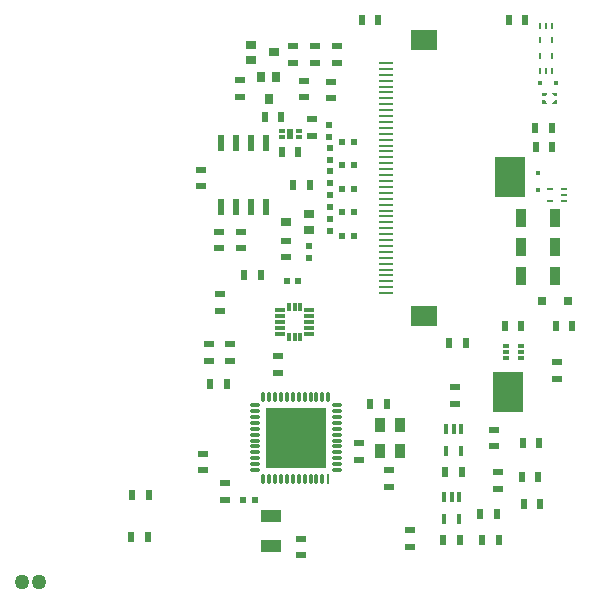
<source format=gbp>
%FSLAX25Y25*%
%MOIN*%
G70*
G01*
G75*
G04 Layer_Color=128*
%ADD10C,0.00866*%
%ADD11R,0.07087X0.03937*%
G04:AMPARAMS|DCode=12|XSize=31.5mil|YSize=66.93mil|CornerRadius=0mil|HoleSize=0mil|Usage=FLASHONLY|Rotation=45.000|XOffset=0mil|YOffset=0mil|HoleType=Round|Shape=Rectangle|*
%AMROTATEDRECTD12*
4,1,4,0.01253,-0.03480,-0.03480,0.01253,-0.01253,0.03480,0.03480,-0.01253,0.01253,-0.03480,0.0*
%
%ADD12ROTATEDRECTD12*%

%ADD13R,0.01654X0.02362*%
%ADD14R,0.03543X0.02756*%
%ADD15R,0.02756X0.02362*%
%ADD16R,0.02756X0.03937*%
%ADD17R,0.07402X0.06614*%
%ADD18O,0.01575X0.06299*%
%ADD19R,0.04331X0.03937*%
%ADD20R,0.01575X0.01575*%
%ADD21R,0.02362X0.01654*%
G04:AMPARAMS|DCode=22|XSize=31.5mil|YSize=66.93mil|CornerRadius=0mil|HoleSize=0mil|Usage=FLASHONLY|Rotation=135.000|XOffset=0mil|YOffset=0mil|HoleType=Round|Shape=Rectangle|*
%AMROTATEDRECTD22*
4,1,4,0.03480,0.01253,-0.01253,-0.03480,-0.03480,-0.01253,0.01253,0.03480,0.03480,0.01253,0.0*
%
%ADD22ROTATEDRECTD22*%

%ADD23R,0.03543X0.02362*%
%ADD24R,0.02362X0.03543*%
%ADD25R,0.03937X0.04331*%
%ADD26C,0.02000*%
%ADD27C,0.01200*%
%ADD28C,0.01000*%
%ADD29C,0.02500*%
%ADD30C,0.05000*%
%ADD31C,0.00800*%
%ADD32C,0.03000*%
%ADD33C,0.01500*%
%ADD34C,0.04200*%
%ADD35C,0.06000*%
%ADD36C,0.07874*%
%ADD37C,0.03937*%
%ADD38R,0.03937X0.03937*%
%ADD39C,0.02600*%
%ADD40C,0.03000*%
%ADD41C,0.02400*%
%ADD42C,0.03400*%
%ADD43C,0.05000*%
%ADD44C,0.04000*%
%ADD45C,0.04900*%
G04:AMPARAMS|DCode=46|XSize=65mil|YSize=65mil|CornerRadius=0mil|HoleSize=0mil|Usage=FLASHONLY|Rotation=0.000|XOffset=0mil|YOffset=0mil|HoleType=Round|Shape=Relief|Width=8mil|Gap=10mil|Entries=4|*
%AMTHD46*
7,0,0,0.06500,0.04500,0.00800,45*
%
%ADD46THD46*%
%ADD47C,0.06400*%
%ADD48C,0.08306*%
%ADD49C,0.04762*%
G04:AMPARAMS|DCode=50|XSize=63.622mil|YSize=63.622mil|CornerRadius=0mil|HoleSize=0mil|Usage=FLASHONLY|Rotation=0.000|XOffset=0mil|YOffset=0mil|HoleType=Round|Shape=Relief|Width=8mil|Gap=10mil|Entries=4|*
%AMTHD50*
7,0,0,0.06362,0.04362,0.00800,45*
%
%ADD50THD50*%
G04:AMPARAMS|DCode=51|XSize=80mil|YSize=80mil|CornerRadius=0mil|HoleSize=0mil|Usage=FLASHONLY|Rotation=0.000|XOffset=0mil|YOffset=0mil|HoleType=Round|Shape=Relief|Width=8mil|Gap=10mil|Entries=4|*
%AMTHD51*
7,0,0,0.08000,0.06000,0.00800,45*
%
%ADD51THD51*%
G04:AMPARAMS|DCode=52|XSize=50mil|YSize=50mil|CornerRadius=0mil|HoleSize=0mil|Usage=FLASHONLY|Rotation=0.000|XOffset=0mil|YOffset=0mil|HoleType=Round|Shape=Relief|Width=8mil|Gap=10mil|Entries=4|*
%AMTHD52*
7,0,0,0.05000,0.03000,0.00800,45*
%
%ADD52THD52*%
%ADD53C,0.04000*%
G04:AMPARAMS|DCode=54|XSize=56mil|YSize=56mil|CornerRadius=0mil|HoleSize=0mil|Usage=FLASHONLY|Rotation=0.000|XOffset=0mil|YOffset=0mil|HoleType=Round|Shape=Relief|Width=8mil|Gap=10mil|Entries=4|*
%AMTHD54*
7,0,0,0.05600,0.03600,0.00800,45*
%
%ADD54THD54*%
%ADD55C,0.03200*%
%ADD56C,0.04400*%
%ADD57C,0.05200*%
%ADD58R,0.03543X0.04724*%
%ADD59R,0.07087X0.03937*%
%ADD60R,0.01102X0.01969*%
%ADD61R,0.02362X0.05512*%
%ADD62R,0.02165X0.01181*%
%ADD63R,0.01969X0.03386*%
%ADD64R,0.02559X0.02559*%
%ADD65R,0.01882X0.01181*%
%ADD66R,0.01575X0.03622*%
%ADD67R,0.05118X0.00984*%
%ADD68O,0.05118X0.00984*%
%ADD69R,0.08661X0.07087*%
%ADD70R,0.09843X0.13780*%
%ADD71R,0.01181X0.03150*%
%ADD72R,0.03642X0.01181*%
%ADD73R,0.03422X0.01181*%
%ADD74C,0.00787*%
%ADD75R,0.20276X0.20276*%
%ADD76O,0.03347X0.01102*%
%ADD77O,0.01102X0.03347*%
%ADD78R,0.01102X0.03347*%
%ADD79R,0.03543X0.06299*%
%ADD80R,0.01969X0.02362*%
%ADD81R,0.02756X0.03543*%
%ADD82R,0.02362X0.01969*%
%ADD83R,0.01969X0.01102*%
%ADD84R,0.01575X0.01575*%
%ADD85C,0.00900*%
%ADD86C,0.00600*%
%ADD87P,0.02895X4X90.0*%
%ADD88C,0.00394*%
%ADD89C,0.00500*%
%ADD90C,0.00984*%
%ADD91C,0.00787*%
%ADD92C,0.00300*%
%ADD93C,0.00421*%
%ADD94C,0.00420*%
%ADD95C,0.00417*%
%ADD96C,0.01466*%
%ADD97R,0.07687X0.04537*%
G04:AMPARAMS|DCode=98|XSize=37.5mil|YSize=72.93mil|CornerRadius=0mil|HoleSize=0mil|Usage=FLASHONLY|Rotation=45.000|XOffset=0mil|YOffset=0mil|HoleType=Round|Shape=Rectangle|*
%AMROTATEDRECTD98*
4,1,4,0.01253,-0.03904,-0.03904,0.01253,-0.01253,0.03904,0.03904,-0.01253,0.01253,-0.03904,0.0*
%
%ADD98ROTATEDRECTD98*%

%ADD99R,0.02254X0.02962*%
%ADD100R,0.04143X0.03356*%
%ADD101R,0.03356X0.02962*%
%ADD102R,0.03356X0.04537*%
%ADD103R,0.08002X0.07214*%
%ADD104O,0.02175X0.06899*%
%ADD105R,0.04931X0.04537*%
%ADD106R,0.02175X0.02175*%
%ADD107R,0.02962X0.02254*%
G04:AMPARAMS|DCode=108|XSize=37.5mil|YSize=72.93mil|CornerRadius=0mil|HoleSize=0mil|Usage=FLASHONLY|Rotation=135.000|XOffset=0mil|YOffset=0mil|HoleType=Round|Shape=Rectangle|*
%AMROTATEDRECTD108*
4,1,4,0.03904,0.01253,-0.01253,-0.03904,-0.03904,-0.01253,0.01253,0.03904,0.03904,0.01253,0.0*
%
%ADD108ROTATEDRECTD108*%

%ADD109R,0.04143X0.02962*%
%ADD110R,0.02962X0.04143*%
%ADD111R,0.04537X0.04931*%
%ADD112C,0.04800*%
%ADD113C,0.06600*%
%ADD114C,0.04537*%
%ADD115R,0.04537X0.04537*%
%ADD116R,0.04143X0.05324*%
%ADD117R,0.07687X0.04537*%
%ADD118R,0.01702X0.02569*%
%ADD119R,0.02962X0.06112*%
%ADD120R,0.02765X0.01781*%
%ADD121R,0.02569X0.03986*%
%ADD122R,0.03159X0.03159*%
%ADD123R,0.02482X0.01781*%
%ADD124R,0.02175X0.04222*%
%ADD125R,0.05718X0.01584*%
%ADD126O,0.05718X0.01584*%
%ADD127R,0.09261X0.07687*%
%ADD128R,0.10443X0.14379*%
%ADD129R,0.01781X0.03750*%
%ADD130R,0.04242X0.01781*%
%ADD131R,0.04022X0.01781*%
%ADD132R,0.20876X0.20876*%
%ADD133O,0.03947X0.01702*%
%ADD134O,0.01702X0.03947*%
%ADD135R,0.01702X0.03947*%
%ADD136R,0.04143X0.06899*%
%ADD137R,0.02569X0.02962*%
%ADD138R,0.03356X0.04143*%
%ADD139R,0.02962X0.02569*%
%ADD140R,0.02569X0.01702*%
%ADD141R,0.02175X0.02175*%
%ADD142C,0.08474*%
G36*
X316150Y162894D02*
X314477D01*
Y163287D01*
X315264Y164075D01*
X316150D01*
Y162894D01*
D02*
G37*
G36*
X312804D02*
X311032D01*
Y164075D01*
X311918D01*
X312804Y162894D01*
D02*
G37*
G36*
X316150Y165453D02*
X315264D01*
X314477Y166240D01*
Y166634D01*
X316150D01*
Y165453D01*
D02*
G37*
G36*
X312705Y166240D02*
X311918Y165453D01*
X311032D01*
Y166634D01*
X312705D01*
Y166240D01*
D02*
G37*
D14*
X233202Y126083D02*
D03*
Y120965D02*
D03*
X225722Y123524D02*
D03*
X214075Y177559D02*
D03*
Y182677D02*
D03*
X221555Y180118D02*
D03*
D20*
X315756Y170000D02*
D03*
X310244D02*
D03*
D23*
X198031Y40846D02*
D03*
Y46358D02*
D03*
X316043Y76870D02*
D03*
Y71358D02*
D03*
X250098Y49803D02*
D03*
Y44291D02*
D03*
X205413Y36417D02*
D03*
Y30906D02*
D03*
X223000Y78756D02*
D03*
Y73244D02*
D03*
X296260Y40157D02*
D03*
Y34646D02*
D03*
X294882Y48819D02*
D03*
Y54331D02*
D03*
X242717Y176575D02*
D03*
Y182087D02*
D03*
X210512Y170756D02*
D03*
Y165244D02*
D03*
X240748Y164764D02*
D03*
Y170276D02*
D03*
X227953Y182087D02*
D03*
Y176575D02*
D03*
X235236D02*
D03*
Y182087D02*
D03*
X225689Y111713D02*
D03*
Y117224D02*
D03*
X231791Y170571D02*
D03*
Y165059D02*
D03*
X267028Y20768D02*
D03*
Y15256D02*
D03*
X234449Y157776D02*
D03*
Y152264D02*
D03*
X203346Y114764D02*
D03*
Y120276D02*
D03*
X203543Y93898D02*
D03*
Y99410D02*
D03*
X259941Y40748D02*
D03*
Y35236D02*
D03*
X281988Y68504D02*
D03*
Y62992D02*
D03*
X230709Y18012D02*
D03*
Y12500D02*
D03*
X210827Y114764D02*
D03*
Y120276D02*
D03*
X197244Y140945D02*
D03*
Y135433D02*
D03*
X200000Y82874D02*
D03*
Y77362D02*
D03*
X207087Y77264D02*
D03*
Y82776D02*
D03*
D24*
X179559Y18520D02*
D03*
X174047D02*
D03*
X314231Y154724D02*
D03*
X308719D02*
D03*
X229823Y146850D02*
D03*
X224311D02*
D03*
X224114Y158661D02*
D03*
X218602D02*
D03*
X321063Y88878D02*
D03*
X315551D02*
D03*
X298622Y88976D02*
D03*
X304134D02*
D03*
X285531Y83071D02*
D03*
X280020D02*
D03*
X256398Y190945D02*
D03*
X250886D02*
D03*
X305413D02*
D03*
X299902D02*
D03*
X253740Y62992D02*
D03*
X259252D02*
D03*
X310433Y29626D02*
D03*
X304921D02*
D03*
X310138Y49803D02*
D03*
X304626D02*
D03*
X278150Y17421D02*
D03*
X283661D02*
D03*
X284252Y40059D02*
D03*
X278740D02*
D03*
X296654Y17618D02*
D03*
X291142D02*
D03*
X290453Y26280D02*
D03*
X295965D02*
D03*
X304331Y38500D02*
D03*
X309842D02*
D03*
X308867Y148622D02*
D03*
X314378D02*
D03*
X228051Y135827D02*
D03*
X233563D02*
D03*
X211713Y105807D02*
D03*
X217224D02*
D03*
X206004Y69587D02*
D03*
X200492D02*
D03*
X174390Y32661D02*
D03*
X179901D02*
D03*
D43*
X143491Y3500D02*
D03*
X137538D02*
D03*
D58*
X256988Y47343D02*
D03*
X263681D02*
D03*
Y56004D02*
D03*
X256988D02*
D03*
D59*
X220669Y15551D02*
D03*
Y25394D02*
D03*
D60*
X314254Y174000D02*
D03*
X312285D02*
D03*
X310317D02*
D03*
X314254Y178724D02*
D03*
X310317D02*
D03*
X310500Y189000D02*
D03*
X312469D02*
D03*
X314437D02*
D03*
X310500Y184276D02*
D03*
X314437D02*
D03*
D61*
X213917Y128642D02*
D03*
X203917D02*
D03*
X218917Y149902D02*
D03*
X213917D02*
D03*
X218917Y128642D02*
D03*
X208917D02*
D03*
X203917Y149902D02*
D03*
X208917D02*
D03*
D62*
X224213Y153740D02*
D03*
Y151772D02*
D03*
X229921Y151772D02*
D03*
Y153740D02*
D03*
D63*
X227067Y152756D02*
D03*
D64*
X311024Y97342D02*
D03*
X319685D02*
D03*
D65*
X298866Y78347D02*
D03*
Y80315D02*
D03*
Y82284D02*
D03*
X303890Y78347D02*
D03*
Y80315D02*
D03*
Y82284D02*
D03*
D66*
X279035Y47146D02*
D03*
X284154D02*
D03*
Y54626D02*
D03*
X281594D02*
D03*
X279035D02*
D03*
X278346Y31890D02*
D03*
X280906D02*
D03*
X283465D02*
D03*
Y24409D02*
D03*
X278346D02*
D03*
D67*
X258957Y99803D02*
D03*
Y117520D02*
D03*
Y137205D02*
D03*
Y156890D02*
D03*
Y176575D02*
D03*
D68*
Y101772D02*
D03*
Y103740D02*
D03*
Y105709D02*
D03*
Y107677D02*
D03*
Y109646D02*
D03*
Y111614D02*
D03*
Y113583D02*
D03*
Y115551D02*
D03*
Y119488D02*
D03*
Y121457D02*
D03*
Y123425D02*
D03*
Y125394D02*
D03*
Y127362D02*
D03*
Y129331D02*
D03*
Y131299D02*
D03*
Y133268D02*
D03*
Y135236D02*
D03*
Y139173D02*
D03*
Y141142D02*
D03*
Y143110D02*
D03*
Y145079D02*
D03*
Y147047D02*
D03*
Y149016D02*
D03*
Y150984D02*
D03*
Y152953D02*
D03*
Y154921D02*
D03*
Y158858D02*
D03*
Y160827D02*
D03*
Y162795D02*
D03*
Y164764D02*
D03*
Y166732D02*
D03*
Y168701D02*
D03*
Y170669D02*
D03*
Y172638D02*
D03*
Y174606D02*
D03*
D69*
X271752Y92323D02*
D03*
Y184055D02*
D03*
D70*
X300295Y138681D02*
D03*
X299803Y66831D02*
D03*
D71*
X230512Y95177D02*
D03*
X228543D02*
D03*
X226575D02*
D03*
X230512Y85138D02*
D03*
X228543D02*
D03*
X226575D02*
D03*
D72*
X233317Y90158D02*
D03*
Y88189D02*
D03*
Y92126D02*
D03*
X223770D02*
D03*
Y88189D02*
D03*
Y90158D02*
D03*
D73*
X223660Y86221D02*
D03*
X233427Y94095D02*
D03*
X223660D02*
D03*
X233427Y86221D02*
D03*
D74*
X311623Y163484D02*
D03*
Y166043D02*
D03*
X315560D02*
D03*
Y163386D02*
D03*
D75*
X228937Y51673D02*
D03*
D76*
X242618Y40846D02*
D03*
Y42815D02*
D03*
Y44783D02*
D03*
Y46752D02*
D03*
Y48720D02*
D03*
Y50689D02*
D03*
Y52658D02*
D03*
Y54626D02*
D03*
Y56595D02*
D03*
Y58563D02*
D03*
Y60532D02*
D03*
Y62500D02*
D03*
X215256D02*
D03*
Y60532D02*
D03*
Y58563D02*
D03*
Y56595D02*
D03*
Y54626D02*
D03*
Y52658D02*
D03*
Y50689D02*
D03*
Y48720D02*
D03*
Y46752D02*
D03*
Y44783D02*
D03*
Y42815D02*
D03*
Y40846D02*
D03*
D77*
X239764Y65354D02*
D03*
X237795D02*
D03*
X235827D02*
D03*
X233858D02*
D03*
X231890D02*
D03*
X229921D02*
D03*
X227953D02*
D03*
X225984D02*
D03*
X224016D02*
D03*
X222047D02*
D03*
X220079D02*
D03*
X218110D02*
D03*
Y37992D02*
D03*
X220079D02*
D03*
X222047D02*
D03*
X224016D02*
D03*
X225984D02*
D03*
X227953D02*
D03*
X229921D02*
D03*
X231890D02*
D03*
X233858D02*
D03*
X235827D02*
D03*
X237795D02*
D03*
D78*
X239764D02*
D03*
D79*
X315453Y124705D02*
D03*
X304035D02*
D03*
X315484Y105610D02*
D03*
X304067D02*
D03*
X315453Y115157D02*
D03*
X304035D02*
D03*
D80*
X225886Y103937D02*
D03*
X229823D02*
D03*
X211417Y30906D02*
D03*
X215354D02*
D03*
X244498Y119000D02*
D03*
X248435D02*
D03*
X248323Y126712D02*
D03*
X244386D02*
D03*
X248323Y134612D02*
D03*
X244386D02*
D03*
X248323Y142412D02*
D03*
X244386D02*
D03*
X244386Y150312D02*
D03*
X248323D02*
D03*
D81*
X219882Y164469D02*
D03*
X222441Y171949D02*
D03*
X217323D02*
D03*
D82*
X239961Y151969D02*
D03*
Y155905D02*
D03*
X240354Y120643D02*
D03*
Y124580D02*
D03*
Y128543D02*
D03*
Y132480D02*
D03*
Y136443D02*
D03*
Y140380D02*
D03*
Y144343D02*
D03*
Y148280D02*
D03*
X233202Y115551D02*
D03*
Y111614D02*
D03*
D83*
X313779Y130512D02*
D03*
Y134449D02*
D03*
X318504Y130512D02*
D03*
Y132480D02*
D03*
Y134449D02*
D03*
D84*
X309784Y139756D02*
D03*
Y134244D02*
D03*
M02*

</source>
